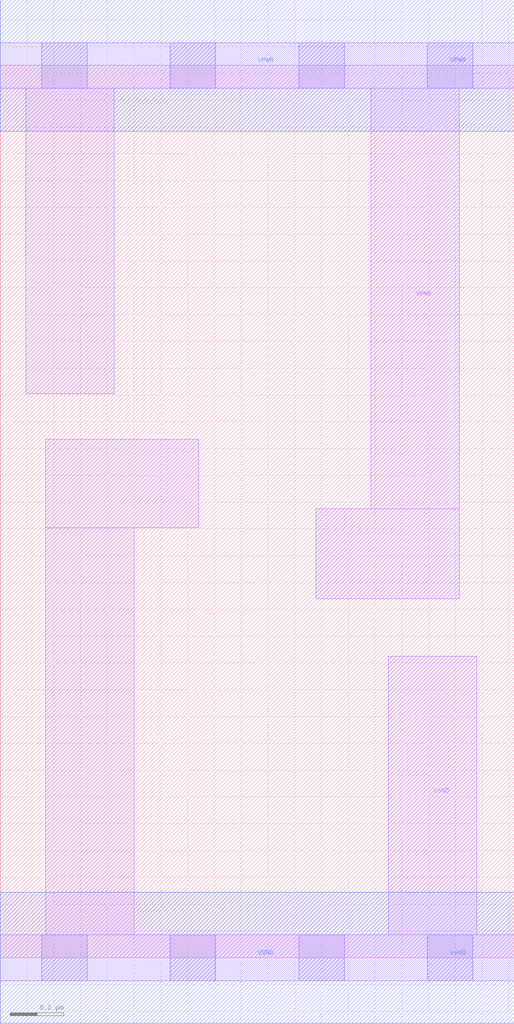
<source format=lef>
# Copyright 2020 The SkyWater PDK Authors
#
# Licensed under the Apache License, Version 2.0 (the "License");
# you may not use this file except in compliance with the License.
# You may obtain a copy of the License at
#
#     https://www.apache.org/licenses/LICENSE-2.0
#
# Unless required by applicable law or agreed to in writing, software
# distributed under the License is distributed on an "AS IS" BASIS,
# WITHOUT WARRANTIES OR CONDITIONS OF ANY KIND, either express or implied.
# See the License for the specific language governing permissions and
# limitations under the License.
#
# SPDX-License-Identifier: Apache-2.0

VERSION 5.7 ;
  NAMESCASESENSITIVE ON ;
  NOWIREEXTENSIONATPIN ON ;
  DIVIDERCHAR "/" ;
  BUSBITCHARS "[]" ;
UNITS
  DATABASE MICRONS 200 ;
END UNITS
MACRO sky130_fd_sc_lp__decap_4
  CLASS CORE SPACER ;
  SOURCE USER ;
  FOREIGN sky130_fd_sc_lp__decap_4 ;
  ORIGIN  0.000000  0.000000 ;
  SIZE  1.920000 BY  3.330000 ;
  SYMMETRY X Y R90 ;
  SITE unit ;
  PIN VGND
    DIRECTION INOUT ;
    USE GROUND ;
    PORT
      LAYER li1 ;
        RECT 0.000000 -0.085000 1.920000 0.085000 ;
        RECT 0.170000  0.085000 0.500000 1.605000 ;
        RECT 0.170000  1.605000 0.740000 1.935000 ;
        RECT 1.450000  0.085000 1.780000 1.125000 ;
      LAYER mcon ;
        RECT 0.155000 -0.085000 0.325000 0.085000 ;
        RECT 0.635000 -0.085000 0.805000 0.085000 ;
        RECT 1.115000 -0.085000 1.285000 0.085000 ;
        RECT 1.595000 -0.085000 1.765000 0.085000 ;
      LAYER met1 ;
        RECT 0.000000 -0.245000 1.920000 0.245000 ;
    END
  END VGND
  PIN VPWR
    DIRECTION INOUT ;
    USE POWER ;
    PORT
      LAYER li1 ;
        RECT 0.000000 3.245000 1.920000 3.415000 ;
        RECT 0.095000 2.105000 0.425000 3.245000 ;
        RECT 1.180000 1.340000 1.715000 1.675000 ;
        RECT 1.385000 1.675000 1.715000 3.245000 ;
      LAYER mcon ;
        RECT 0.155000 3.245000 0.325000 3.415000 ;
        RECT 0.635000 3.245000 0.805000 3.415000 ;
        RECT 1.115000 3.245000 1.285000 3.415000 ;
        RECT 1.595000 3.245000 1.765000 3.415000 ;
      LAYER met1 ;
        RECT 0.000000 3.085000 1.920000 3.575000 ;
    END
  END VPWR
END sky130_fd_sc_lp__decap_4

</source>
